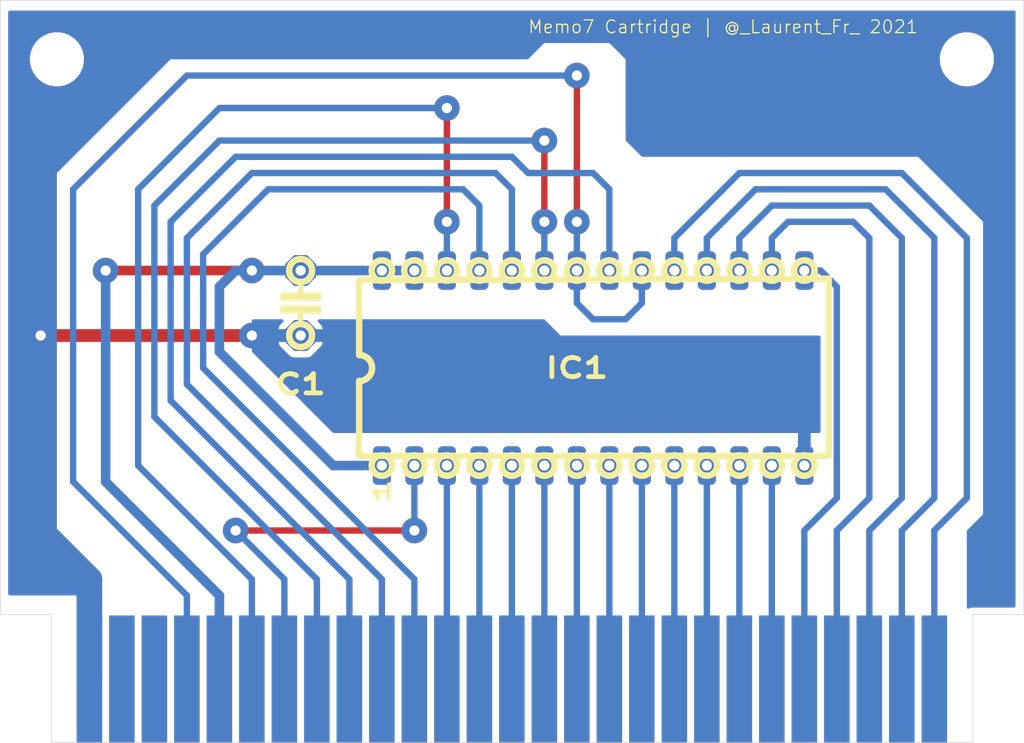
<source format=kicad_pcb>
(kicad_pcb (version 20171130) (host pcbnew "(5.1.4)-1")

  (general
    (thickness 1.6)
    (drawings 9)
    (tracks 139)
    (zones 0)
    (modules 5)
    (nets 28)
  )

  (page A4)
  (layers
    (0 F.Cu signal)
    (31 B.Cu signal)
    (32 B.Adhes user)
    (33 F.Adhes user)
    (34 B.Paste user)
    (35 F.Paste user)
    (36 B.SilkS user)
    (37 F.SilkS user)
    (38 B.Mask user hide)
    (39 F.Mask user)
    (40 Dwgs.User user)
    (41 Cmts.User user)
    (42 Eco1.User user)
    (43 Eco2.User user)
    (44 Edge.Cuts user)
    (45 Margin user)
    (46 B.CrtYd user)
    (47 F.CrtYd user)
    (48 B.Fab user)
    (49 F.Fab user)
  )

  (setup
    (last_trace_width 0.25)
    (trace_clearance 0.2)
    (zone_clearance 0.508)
    (zone_45_only no)
    (trace_min 0.2)
    (via_size 0.8)
    (via_drill 0.4)
    (via_min_size 0.4)
    (via_min_drill 0.3)
    (uvia_size 0.3)
    (uvia_drill 0.1)
    (uvias_allowed no)
    (uvia_min_size 0.2)
    (uvia_min_drill 0.1)
    (edge_width 0.05)
    (segment_width 0.2)
    (pcb_text_width 0.3)
    (pcb_text_size 1.5 1.5)
    (mod_edge_width 0.12)
    (mod_text_size 1 1)
    (mod_text_width 0.15)
    (pad_size 3.2 3.2)
    (pad_drill 3.2)
    (pad_to_mask_clearance 0.051)
    (solder_mask_min_width 0.25)
    (aux_axis_origin 0 0)
    (visible_elements 7FFFFFFF)
    (pcbplotparams
      (layerselection 0x010fc_ffffffff)
      (usegerberextensions false)
      (usegerberattributes false)
      (usegerberadvancedattributes false)
      (creategerberjobfile false)
      (excludeedgelayer true)
      (linewidth 0.100000)
      (plotframeref false)
      (viasonmask false)
      (mode 1)
      (useauxorigin false)
      (hpglpennumber 1)
      (hpglpenspeed 20)
      (hpglpendiameter 15.000000)
      (psnegative false)
      (psa4output false)
      (plotreference true)
      (plotvalue true)
      (plotinvisibletext false)
      (padsonsilk false)
      (subtractmaskfromsilk false)
      (outputformat 1)
      (mirror false)
      (drillshape 1)
      (scaleselection 1)
      (outputdirectory ""))
  )

  (net 0 "")
  (net 1 GND)
  (net 2 +5V)
  (net 3 /D7)
  (net 4 /D6)
  (net 5 /D5)
  (net 6 /D4)
  (net 7 /D3)
  (net 8 /D2)
  (net 9 /D1)
  (net 10 /D0)
  (net 11 /A0)
  (net 12 /A1)
  (net 13 /A2)
  (net 14 /A3)
  (net 15 /A4)
  (net 16 /A5)
  (net 17 /A6)
  (net 18 /A7)
  (net 19 /A8)
  (net 20 /A9)
  (net 21 /A10)
  (net 22 /A11)
  (net 23 /A12)
  (net 24 /A13)
  (net 25 /CS)
  (net 26 "Net-(J1-Pad25)")
  (net 27 "Net-(J1-Pad26)")

  (net_class Default "Ceci est la Netclass par défaut."
    (clearance 0.2)
    (trace_width 0.25)
    (via_dia 0.8)
    (via_drill 0.4)
    (uvia_dia 0.3)
    (uvia_drill 0.1)
    (add_net +5V)
    (add_net /A0)
    (add_net /A1)
    (add_net /A10)
    (add_net /A11)
    (add_net /A12)
    (add_net /A13)
    (add_net /A2)
    (add_net /A3)
    (add_net /A4)
    (add_net /A5)
    (add_net /A6)
    (add_net /A7)
    (add_net /A8)
    (add_net /A9)
    (add_net /CS)
    (add_net /D0)
    (add_net /D1)
    (add_net /D2)
    (add_net /D3)
    (add_net /D4)
    (add_net /D5)
    (add_net /D6)
    (add_net /D7)
    (add_net GND)
    (add_net "Net-(J1-Pad25)")
    (add_net "Net-(J1-Pad26)")
  )

  (module Mounting_Holes:MountingHole_3.2mm_M3_DIN965 (layer F.Cu) (tedit 60166DB2) (tstamp 60166D6F)
    (at 73.66 54.61)
    (descr "Mounting Hole 3.2mm, no annular, M3, DIN965")
    (tags "mounting hole 3.2mm no annular m3 din965")
    (attr virtual)
    (fp_text reference REF** (at 0 -3.8) (layer F.SilkS) hide
      (effects (font (size 1 1) (thickness 0.15)))
    )
    (fp_text value MountingHole_3.2mm_M3_DIN965 (at 0 3.8) (layer F.Fab) hide
      (effects (font (size 1 1) (thickness 0.15)))
    )
    (fp_text user %R (at 0.3 0) (layer F.Fab)
      (effects (font (size 1 1) (thickness 0.15)))
    )
    (fp_circle (center 0 0) (end 2.8 0) (layer Cmts.User) (width 0.15))
    (fp_circle (center 0 0) (end 3.05 0) (layer F.CrtYd) (width 0.05))
    (pad "" np_thru_hole circle (at 0 0) (size 3.2 3.2) (drill 3.2) (layers *.Cu *.Mask))
  )

  (module Mounting_Holes:MountingHole_3.2mm_M3_DIN965 (layer F.Cu) (tedit 6032AEB1) (tstamp 60166D66)
    (at 144.78 54.61)
    (descr "Mounting Hole 3.2mm, no annular, M3, DIN965")
    (tags "mounting hole 3.2mm no annular m3 din965")
    (attr virtual)
    (fp_text reference REF** (at 0 -3.8) (layer F.SilkS) hide
      (effects (font (size 1 1) (thickness 0.15)))
    )
    (fp_text value MountingHole_3.2mm_M3_DIN965 (at 0 3.8) (layer F.Fab) hide
      (effects (font (size 1 1) (thickness 0.15)))
    )
    (fp_text user %R (at 0.3 0) (layer F.Fab)
      (effects (font (size 1 1) (thickness 0.15)))
    )
    (fp_circle (center 0 0) (end 2.8 0) (layer Cmts.User) (width 0.15))
    (fp_circle (center 0 0) (end 3.05 0) (layer F.CrtYd) (width 0.05))
    (pad "" np_thru_hole circle (at 0 0) (size 3.2 3.2) (drill 3.2) (layers *.Cu *.Mask))
  )

  (module mylib:CONN_MEMO7 (layer B.Cu) (tedit 60159143) (tstamp 6015964C)
    (at 106.68 98 180)
    (path /60158960)
    (fp_text reference J1 (at 0 2.54) (layer B.SilkS) hide
      (effects (font (size 1 1) (thickness 0.15)) (justify mirror))
    )
    (fp_text value Conn_01x27 (at 0 5.08) (layer B.Fab)
      (effects (font (size 1 1) (thickness 0.15)) (justify mirror))
    )
    (pad 1 connect rect (at -35.56 -5.08 180) (size 2 10) (layers B.Cu B.Mask)
      (net 3 /D7))
    (pad 2 connect rect (at -33.02 -5.08 180) (size 2 10) (layers B.Cu B.Mask)
      (net 4 /D6))
    (pad 3 connect rect (at -30.48 -5.08 180) (size 2 10) (layers B.Cu B.Mask)
      (net 5 /D5))
    (pad 4 connect rect (at -27.94 -5.08 180) (size 2 10) (layers B.Cu B.Mask)
      (net 6 /D4))
    (pad 5 connect rect (at -25.4 -5.08 180) (size 2 10) (layers B.Cu B.Mask)
      (net 7 /D3))
    (pad 6 connect rect (at -22.86 -5.08 180) (size 2 10) (layers B.Cu B.Mask)
      (net 8 /D2))
    (pad 7 connect rect (at -20.32 -5.08 180) (size 2 10) (layers B.Cu B.Mask)
      (net 9 /D1))
    (pad 8 connect rect (at -17.78 -5.08 180) (size 2 10) (layers B.Cu B.Mask)
      (net 10 /D0))
    (pad 9 connect rect (at -15.24 -5.08 180) (size 2 10) (layers B.Cu B.Mask)
      (net 11 /A0))
    (pad 10 connect rect (at -12.7 -5.08 180) (size 2 10) (layers B.Cu B.Mask)
      (net 12 /A1))
    (pad 11 connect rect (at -10.16 -5.08 180) (size 2 10) (layers B.Cu B.Mask)
      (net 13 /A2))
    (pad 12 connect rect (at -7.62 -5.08 180) (size 2 10) (layers B.Cu B.Mask)
      (net 14 /A3))
    (pad 13 connect rect (at -5.08 -5.08 180) (size 2 10) (layers B.Cu B.Mask)
      (net 15 /A4))
    (pad 14 connect rect (at -2.54 -5.08 180) (size 2 10) (layers B.Cu B.Mask)
      (net 16 /A5))
    (pad 15 connect rect (at 0 -5.08 180) (size 2 10) (layers B.Cu B.Mask)
      (net 17 /A6))
    (pad 16 connect rect (at 2.54 -5.08 180) (size 2 10) (layers B.Cu B.Mask)
      (net 18 /A7))
    (pad 17 connect rect (at 5.08 -5.08 180) (size 2 10) (layers B.Cu B.Mask)
      (net 19 /A8))
    (pad 18 connect rect (at 7.62 -5.08 180) (size 2 10) (layers B.Cu B.Mask)
      (net 20 /A9))
    (pad 19 connect rect (at 10.16 -5.08 180) (size 2 10) (layers B.Cu B.Mask)
      (net 21 /A10))
    (pad 20 connect rect (at 12.7 -5.08 180) (size 2 10) (layers B.Cu B.Mask)
      (net 22 /A11))
    (pad 21 connect rect (at 15.24 -5.08 180) (size 2 10) (layers B.Cu B.Mask)
      (net 23 /A12))
    (pad 22 connect rect (at 17.78 -5.08 180) (size 2 10) (layers B.Cu B.Mask)
      (net 24 /A13))
    (pad 23 connect rect (at 20.32 -5.08 180) (size 2 10) (layers B.Cu B.Mask)
      (net 2 +5V))
    (pad 24 connect rect (at 22.86 -5.08 180) (size 2 10) (layers B.Cu B.Mask)
      (net 25 /CS))
    (pad 25 connect rect (at 25.4 -5.08 180) (size 2 10) (layers B.Cu B.Mask)
      (net 26 "Net-(J1-Pad25)"))
    (pad 26 connect rect (at 27.94 -5.08 180) (size 2 10) (layers B.Cu B.Mask)
      (net 27 "Net-(J1-Pad26)"))
    (pad 27 connect rect (at 30.48 -5.08 180) (size 2 10) (layers B.Cu B.Mask)
      (net 1 GND))
  )

  (module elektor:DIL-28 (layer F.Cu) (tedit 5FA2E4CB) (tstamp 6015AB06)
    (at 113.03 78.74)
    (path /6015A2B3)
    (fp_text reference IC1 (at 1.27 0) (layer F.SilkS)
      (effects (font (size 1.5 2) (thickness 0.375)))
    )
    (fp_text value 27C128 (at 0 -11.43) (layer F.Fab)
      (effects (font (size 1 1) (thickness 0.15)))
    )
    (fp_circle (center -13.97 -7.62) (end -13.17 -7.62) (layer F.SilkS) (width 0.5))
    (fp_circle (center -11.43 -7.62) (end -10.63 -7.62) (layer F.SilkS) (width 0.5))
    (fp_line (start 20.955 -6.858) (end 20.955 6.858) (layer F.SilkS) (width 0.5))
    (fp_line (start 20.955 6.858) (end -15.748 6.858) (layer F.SilkS) (width 0.5))
    (fp_line (start -15.748 -6.858) (end 20.955 -6.985) (layer F.SilkS) (width 0.5))
    (fp_circle (center -8.89 -7.62) (end -8.09 -7.62) (layer F.SilkS) (width 0.5))
    (fp_circle (center -6.35 -7.62) (end -5.55 -7.62) (layer F.SilkS) (width 0.5))
    (fp_circle (center -3.81 -7.62) (end -3.01 -7.62) (layer F.SilkS) (width 0.5))
    (fp_circle (center -1.27 -7.62) (end -0.47 -7.62) (layer F.SilkS) (width 0.5))
    (fp_circle (center 1.27 -7.62) (end 2.07 -7.62) (layer F.SilkS) (width 0.5))
    (fp_circle (center -13.97 7.62) (end -13.17 7.62) (layer F.SilkS) (width 0.5))
    (fp_circle (center -11.43 7.62) (end -10.63 7.62) (layer F.SilkS) (width 0.5))
    (fp_circle (center -8.89 7.62) (end -8.09 7.62) (layer F.SilkS) (width 0.5))
    (fp_circle (center -6.35 7.62) (end -5.55 7.62) (layer F.SilkS) (width 0.5))
    (fp_circle (center -3.81 7.62) (end -3.01 7.62) (layer F.SilkS) (width 0.5))
    (fp_circle (center -1.27 7.62) (end -0.47 7.62) (layer F.SilkS) (width 0.5))
    (fp_circle (center 1.27 7.62) (end 2.07 7.62) (layer F.SilkS) (width 0.5))
    (fp_arc (start -15.748 0) (end -15.748 1.016) (angle -180) (layer F.SilkS) (width 0.5))
    (fp_line (start -15.748 -1.016) (end -15.748 -6.858) (layer F.SilkS) (width 0.5))
    (fp_line (start -15.748 1.016) (end -15.748 6.858) (layer F.SilkS) (width 0.5))
    (fp_text user 1 (at -13.97 9.652 90 unlocked) (layer F.SilkS)
      (effects (font (size 1.2 2) (thickness 0.3)))
    )
    (fp_circle (center 3.81 7.62) (end 4.61 7.62) (layer F.SilkS) (width 0.5))
    (fp_circle (center 6.35 7.62) (end 7.15 7.62) (layer F.SilkS) (width 0.5))
    (fp_circle (center 6.35 -7.62) (end 7.15 -7.62) (layer F.SilkS) (width 0.5))
    (fp_circle (center 3.81 -7.62) (end 4.61 -7.62) (layer F.SilkS) (width 0.5))
    (fp_circle (center 8.89 7.62) (end 9.69 7.62) (layer F.SilkS) (width 0.5))
    (fp_circle (center 11.43 7.62) (end 12.23 7.62) (layer F.SilkS) (width 0.5))
    (fp_circle (center 13.97 7.62) (end 14.77 7.62) (layer F.SilkS) (width 0.5))
    (fp_circle (center 8.89 -7.62) (end 9.69 -7.62) (layer F.SilkS) (width 0.5))
    (fp_circle (center 11.43 -7.62) (end 12.23 -7.62) (layer F.SilkS) (width 0.5))
    (fp_circle (center 13.97 -7.62) (end 14.77 -7.62) (layer F.SilkS) (width 0.5))
    (fp_circle (center 19.05 7.62) (end 19.85 7.62) (layer F.SilkS) (width 0.5))
    (fp_circle (center 19.05 -7.62) (end 19.85 -7.62) (layer F.SilkS) (width 0.5))
    (fp_circle (center 16.51 7.62) (end 17.31 7.62) (layer F.SilkS) (width 0.5))
    (fp_circle (center 16.51 -7.62) (end 17.31 -7.62) (layer F.SilkS) (width 0.5))
    (pad 28 thru_hole roundrect (at -13.97 -7.62) (size 1.4 3) (drill 0.8) (layers *.Cu *.Mask) (roundrect_rratio 0.25)
      (net 2 +5V) (zone_connect 0))
    (pad 27 thru_hole roundrect (at -11.43 -7.62) (size 1.4 3) (drill 0.8) (layers *.Cu *.Mask) (roundrect_rratio 0.25)
      (net 2 +5V) (zone_connect 0))
    (pad 26 thru_hole roundrect (at -8.89 -7.62) (size 1.4 3) (drill 0.8) (layers *.Cu *.Mask) (roundrect_rratio 0.25)
      (net 24 /A13) (zone_connect 0))
    (pad 25 thru_hole roundrect (at -6.35 -7.62) (size 1.4 3) (drill 0.8) (layers *.Cu *.Mask) (roundrect_rratio 0.25)
      (net 19 /A8) (zone_connect 0))
    (pad 24 thru_hole roundrect (at -3.81 -7.62) (size 1.4 3) (drill 0.8) (layers *.Cu *.Mask) (roundrect_rratio 0.25)
      (net 20 /A9) (zone_connect 0))
    (pad 23 thru_hole roundrect (at -1.27 -7.62) (size 1.4 3) (drill 0.8) (layers *.Cu *.Mask) (roundrect_rratio 0.25)
      (net 22 /A11) (zone_connect 0))
    (pad 22 thru_hole roundrect (at 1.27 -7.62) (size 1.4 3) (drill 0.8) (layers *.Cu *.Mask) (roundrect_rratio 0.25)
      (net 25 /CS) (zone_connect 0))
    (pad 1 thru_hole roundrect (at -13.97 7.62) (size 1.4 3) (drill 0.8) (layers *.Cu *.Mask) (roundrect_rratio 0.25)
      (net 2 +5V) (zone_connect 0))
    (pad 2 thru_hole roundrect (at -11.43 7.62) (size 1.4 3) (drill 0.8) (layers *.Cu *.Mask) (roundrect_rratio 0.25)
      (net 23 /A12) (zone_connect 0))
    (pad 3 thru_hole roundrect (at -8.89 7.62) (size 1.4 3) (drill 0.8) (layers *.Cu *.Mask) (roundrect_rratio 0.25)
      (net 18 /A7) (zone_connect 0))
    (pad 4 thru_hole roundrect (at -6.35 7.62) (size 1.4 3) (drill 0.8) (layers *.Cu *.Mask) (roundrect_rratio 0.25)
      (net 17 /A6) (zone_connect 0))
    (pad 5 thru_hole roundrect (at -3.81 7.62) (size 1.4 3) (drill 0.8) (layers *.Cu *.Mask) (roundrect_rratio 0.25)
      (net 16 /A5) (zone_connect 0))
    (pad 6 thru_hole roundrect (at -1.27 7.62) (size 1.4 3) (drill 0.8) (layers *.Cu *.Mask) (roundrect_rratio 0.25)
      (net 15 /A4) (zone_connect 0))
    (pad 7 thru_hole roundrect (at 1.27 7.62) (size 1.4 3) (drill 0.8) (layers *.Cu *.Mask) (roundrect_rratio 0.25)
      (net 14 /A3) (zone_connect 0))
    (pad 8 thru_hole roundrect (at 3.81 7.62) (size 1.4 3) (drill 0.8) (layers *.Cu *.Mask) (roundrect_rratio 0.25)
      (net 13 /A2))
    (pad 9 thru_hole roundrect (at 6.35 7.62) (size 1.4 3) (drill 0.8) (layers *.Cu *.Mask) (roundrect_rratio 0.25)
      (net 12 /A1))
    (pad 21 thru_hole roundrect (at 3.81 -7.62) (size 1.4 3) (drill 0.8) (layers *.Cu *.Mask) (roundrect_rratio 0.25)
      (net 21 /A10))
    (pad 20 thru_hole roundrect (at 6.35 -7.62) (size 1.4 3) (drill 0.8) (layers *.Cu *.Mask) (roundrect_rratio 0.25)
      (net 25 /CS))
    (pad 10 thru_hole roundrect (at 8.89 7.62) (size 1.4 3) (drill 0.8) (layers *.Cu *.Mask) (roundrect_rratio 0.25)
      (net 11 /A0))
    (pad 11 thru_hole roundrect (at 11.43 7.62) (size 1.4 3) (drill 0.8) (layers *.Cu *.Mask) (roundrect_rratio 0.25)
      (net 10 /D0))
    (pad 12 thru_hole roundrect (at 13.97 7.62) (size 1.4 3) (drill 0.8) (layers *.Cu *.Mask) (roundrect_rratio 0.25)
      (net 9 /D1))
    (pad 19 thru_hole roundrect (at 8.89 -7.62) (size 1.4 3) (drill 0.8) (layers *.Cu *.Mask) (roundrect_rratio 0.25)
      (net 3 /D7))
    (pad 18 thru_hole roundrect (at 11.43 -7.62) (size 1.4 3) (drill 0.8) (layers *.Cu *.Mask) (roundrect_rratio 0.25)
      (net 4 /D6))
    (pad 17 thru_hole roundrect (at 13.97 -7.62) (size 1.4 3) (drill 0.8) (layers *.Cu *.Mask) (roundrect_rratio 0.25)
      (net 5 /D5))
    (pad 13 thru_hole roundrect (at 16.51 7.62) (size 1.4 3) (drill 0.8) (layers *.Cu *.Mask) (roundrect_rratio 0.25)
      (net 8 /D2))
    (pad 14 thru_hole roundrect (at 19.05 7.62) (size 1.4 3) (drill 0.8) (layers *.Cu *.Mask) (roundrect_rratio 0.25)
      (net 1 GND))
    (pad 16 thru_hole roundrect (at 16.51 -7.62) (size 1.4 3) (drill 0.8) (layers *.Cu *.Mask) (roundrect_rratio 0.25)
      (net 6 /D4))
    (pad 15 thru_hole roundrect (at 19.05 -7.62) (size 1.4 3) (drill 0.8) (layers *.Cu *.Mask) (roundrect_rratio 0.25)
      (net 7 /D3))
  )

  (module elektor:CAP-2-HEX (layer F.Cu) (tedit 5F7F56B6) (tstamp 6015A2A5)
    (at 92.71 73.66 270)
    (path /6017B77E)
    (fp_text reference C1 (at 6.35 0 180) (layer F.SilkS)
      (effects (font (size 1.5 2) (thickness 0.375)))
    )
    (fp_text value 100n (at 0 -5.08 90) (layer F.Fab)
      (effects (font (size 1 1) (thickness 0.15)))
    )
    (fp_line (start -1.641974 0) (end -0.508 0) (layer F.SilkS) (width 0.4))
    (fp_line (start 0.762 0) (end 1.651 0) (layer F.SilkS) (width 0.4))
    (fp_circle (center -2.54 0) (end -1.641974 0) (layer F.SilkS) (width 0.5))
    (fp_circle (center 2.54 0) (end 3.438026 0) (layer F.SilkS) (width 0.5))
    (fp_line (start -0.254 -1.524) (end -0.508 -1.524) (layer F.SilkS) (width 0.15))
    (fp_line (start -0.508 1.524) (end -0.254 1.524) (layer F.SilkS) (width 0.15))
    (fp_line (start -0.254 1.524) (end -0.254 -1.524) (layer F.SilkS) (width 0.15))
    (fp_line (start -0.508 -1.524) (end -0.762 -1.524) (layer F.SilkS) (width 0.15))
    (fp_line (start -0.762 -1.524) (end -0.762 1.524) (layer F.SilkS) (width 0.15))
    (fp_line (start -0.762 1.524) (end -0.508 1.524) (layer F.SilkS) (width 0.15))
    (fp_line (start 0.254 -1.524) (end 0.254 1.524) (layer F.SilkS) (width 0.15))
    (fp_line (start 0.254 1.524) (end 0.762 1.524) (layer F.SilkS) (width 0.15))
    (fp_line (start 0.762 1.524) (end 0.762 -1.524) (layer F.SilkS) (width 0.15))
    (fp_line (start 0.762 -1.524) (end 0.254 -1.524) (layer F.SilkS) (width 0.15))
    (fp_line (start 0.508 -1.27) (end 0.508 1.27) (layer F.SilkS) (width 0.6))
    (fp_line (start -0.508 -1.27) (end -0.508 1.27) (layer F.SilkS) (width 0.55))
    (pad 1 thru_hole custom (at -2.54 0 270) (size 1.524 1.524) (drill 0.8) (layers *.Cu *.Mask)
      (net 2 +5V) (zone_connect 0)
      (options (clearance outline) (anchor rect))
      (primitives
        (gr_poly (pts
           (xy -1.2 0.5) (xy -1.2 -0.5) (xy -0.5 -1.2) (xy 0.5 -1.2) (xy 1.2 -0.5)
           (xy 1.2 0.5) (xy 0.5 1.2) (xy -0.5 1.2)) (width 0))
      ))
    (pad 2 thru_hole custom (at 2.54 0 270) (size 1.524 1.524) (drill 0.8) (layers *.Cu *.Mask)
      (net 1 GND) (zone_connect 0)
      (options (clearance outline) (anchor rect))
      (primitives
        (gr_poly (pts
           (xy -1.2 0.5) (xy -1.2 -0.5) (xy -0.5 -1.2) (xy 0.5 -1.2) (xy 1.2 -0.5)
           (xy 1.2 0.5) (xy 0.5 1.2) (xy -0.5 1.2)) (width 0))
      ))
  )

  (gr_text "Memo7 Cartridge | @_Laurent_Fr_ 2021" (at 125.73 52.07) (layer F.SilkS)
    (effects (font (size 1 1) (thickness 0.1)))
  )
  (gr_line (start 73.238 108) (end 145.238 108) (layer Edge.Cuts) (width 0.05) (tstamp 60159AF5))
  (gr_line (start 73.238 98) (end 73.238 108) (layer Edge.Cuts) (width 0.05))
  (gr_line (start 69.238 98) (end 73.238 98) (layer Edge.Cuts) (width 0.05))
  (gr_line (start 69.238 50) (end 69.238 98) (layer Edge.Cuts) (width 0.05))
  (gr_line (start 145.238 98) (end 145.238 108) (layer Edge.Cuts) (width 0.05))
  (gr_line (start 149.238 98) (end 145.238 98) (layer Edge.Cuts) (width 0.05))
  (gr_line (start 149.238 50) (end 149.238 98) (layer Edge.Cuts) (width 0.05))
  (gr_line (start 69.238 50) (end 149.238 50) (layer Edge.Cuts) (width 0.05))

  (segment (start 76.2 103.08) (end 76.2 96.52) (width 2) (layer B.Cu) (net 1))
  (segment (start 76.2 96.52) (end 76.2 95.25) (width 2) (layer B.Cu) (net 1))
  (via (at 72.39 76.2) (size 2) (drill 0.8) (layers F.Cu B.Cu) (net 1))
  (segment (start 76.2 95.25) (end 72.39 91.44) (width 2) (layer B.Cu) (net 1))
  (segment (start 72.39 91.44) (end 72.39 76.2) (width 2) (layer B.Cu) (net 1))
  (via (at 88.9 76.2) (size 2) (drill 0.8) (layers F.Cu B.Cu) (net 1))
  (segment (start 72.39 76.2) (end 88.9 76.2) (width 1) (layer F.Cu) (net 1))
  (segment (start 88.9 76.2) (end 92.71 76.2) (width 1) (layer B.Cu) (net 1))
  (segment (start 97.79 76.2) (end 99.06 76.2) (width 1) (layer B.Cu) (net 1))
  (segment (start 97.79 76.2) (end 92.71 76.2) (width 1) (layer B.Cu) (net 1))
  (segment (start 99.06 76.2) (end 101.6 78.74) (width 1) (layer B.Cu) (net 1))
  (segment (start 101.6 78.74) (end 129.54 78.74) (width 1) (layer B.Cu) (net 1))
  (segment (start 129.54 78.74) (end 132.08 81.28) (width 1) (layer B.Cu) (net 1))
  (segment (start 132.08 86.36) (end 132.08 81.28) (width 1) (layer B.Cu) (net 1))
  (segment (start 101.6 71.12) (end 99.06 71.12) (width 0.75) (layer B.Cu) (net 2))
  (segment (start 99.06 71.12) (end 92.71 71.12) (width 0.75) (layer B.Cu) (net 2))
  (via (at 77.47 71.12) (size 2) (drill 0.8) (layers F.Cu B.Cu) (net 2))
  (via (at 88.9 71.12) (size 2) (drill 0.8) (layers F.Cu B.Cu) (net 2))
  (segment (start 78.74 71.12) (end 88.9 71.12) (width 0.75) (layer F.Cu) (net 2))
  (segment (start 88.9 71.12) (end 92.71 71.12) (width 0.75) (layer B.Cu) (net 2))
  (segment (start 78.74 71.12) (end 77.47 71.12) (width 0.75) (layer F.Cu) (net 2))
  (segment (start 78.74 88.9) (end 77.47 87.63) (width 0.75) (layer B.Cu) (net 2))
  (segment (start 86.36 96.52) (end 78.74 88.9) (width 0.75) (layer B.Cu) (net 2))
  (segment (start 86.36 103.08) (end 86.36 96.52) (width 0.75) (layer B.Cu) (net 2))
  (segment (start 77.47 71.12) (end 77.47 87.63) (width 0.75) (layer B.Cu) (net 2))
  (segment (start 87.63 71.12) (end 88.9 71.12) (width 0.75) (layer B.Cu) (net 2))
  (segment (start 86.36 72.39) (end 87.63 71.12) (width 0.75) (layer B.Cu) (net 2))
  (segment (start 86.36 77.47) (end 86.36 72.39) (width 0.75) (layer B.Cu) (net 2))
  (segment (start 99.06 86.36) (end 95.25 86.36) (width 0.75) (layer B.Cu) (net 2))
  (segment (start 95.25 86.36) (end 86.36 77.47) (width 0.75) (layer B.Cu) (net 2))
  (segment (start 142.24 103.08) (end 142.24 91.44) (width 0.5) (layer B.Cu) (net 3))
  (segment (start 142.24 91.44) (end 144.78 88.9) (width 0.5) (layer B.Cu) (net 3))
  (segment (start 144.78 88.9) (end 144.78 68.58) (width 0.5) (layer B.Cu) (net 3))
  (segment (start 121.92 68.58) (end 121.92 71.12) (width 0.5) (layer B.Cu) (net 3))
  (segment (start 127 63.5) (end 139.7 63.5) (width 0.5) (layer B.Cu) (net 3))
  (segment (start 144.78 68.58) (end 139.7 63.5) (width 0.5) (layer B.Cu) (net 3))
  (segment (start 127 63.5) (end 121.92 68.58) (width 0.5) (layer B.Cu) (net 3))
  (segment (start 139.7 91.44) (end 139.7 103.08) (width 0.5) (layer B.Cu) (net 4))
  (segment (start 124.46 71.12) (end 124.46 68.58) (width 0.5) (layer B.Cu) (net 4))
  (segment (start 142.24 68.58) (end 142.24 88.9) (width 0.5) (layer B.Cu) (net 4))
  (segment (start 142.24 88.9) (end 139.7 91.44) (width 0.5) (layer B.Cu) (net 4))
  (segment (start 128.27 64.77) (end 138.43 64.77) (width 0.5) (layer B.Cu) (net 4))
  (segment (start 138.43 64.77) (end 142.24 68.58) (width 0.5) (layer B.Cu) (net 4))
  (segment (start 124.46 68.58) (end 128.27 64.77) (width 0.5) (layer B.Cu) (net 4))
  (segment (start 137.16 103.08) (end 137.16 91.44) (width 0.5) (layer B.Cu) (net 5))
  (segment (start 137.16 91.44) (end 139.7 88.9) (width 0.5) (layer B.Cu) (net 5))
  (segment (start 139.7 88.9) (end 139.7 68.58) (width 0.5) (layer B.Cu) (net 5))
  (segment (start 127 68.58) (end 127 71.12) (width 0.5) (layer B.Cu) (net 5))
  (segment (start 129.54 66.04) (end 137.16 66.04) (width 0.5) (layer B.Cu) (net 5))
  (segment (start 139.7 68.58) (end 137.16 66.04) (width 0.5) (layer B.Cu) (net 5))
  (segment (start 129.54 66.04) (end 127 68.58) (width 0.5) (layer B.Cu) (net 5))
  (segment (start 129.54 68.58) (end 129.54 71.12) (width 0.5) (layer B.Cu) (net 6))
  (segment (start 134.62 91.44) (end 137.16 88.9) (width 0.5) (layer B.Cu) (net 6))
  (segment (start 137.16 88.9) (end 137.16 68.58) (width 0.5) (layer B.Cu) (net 6))
  (segment (start 134.62 103.08) (end 134.62 91.44) (width 0.5) (layer B.Cu) (net 6))
  (segment (start 130.81 67.31) (end 135.89 67.31) (width 0.5) (layer B.Cu) (net 6))
  (segment (start 137.16 68.58) (end 135.89 67.31) (width 0.5) (layer B.Cu) (net 6))
  (segment (start 130.81 67.31) (end 129.54 68.58) (width 0.5) (layer B.Cu) (net 6))
  (segment (start 132.08 103.08) (end 132.08 91.44) (width 0.5) (layer B.Cu) (net 7))
  (segment (start 132.08 91.44) (end 134.62 88.9) (width 0.5) (layer B.Cu) (net 7))
  (segment (start 133.35 71.12) (end 134.62 72.39) (width 0.5) (layer B.Cu) (net 7))
  (segment (start 134.62 88.9) (end 134.62 72.39) (width 0.5) (layer B.Cu) (net 7))
  (segment (start 133.35 71.12) (end 132.08 71.12) (width 0.5) (layer B.Cu) (net 7))
  (segment (start 129.54 103.08) (end 129.54 86.36) (width 0.5) (layer B.Cu) (net 8))
  (segment (start 127 103.08) (end 127 86.36) (width 0.5) (layer B.Cu) (net 9))
  (segment (start 124.46 103.08) (end 124.46 86.36) (width 0.5) (layer B.Cu) (net 10))
  (segment (start 121.92 103.08) (end 121.92 86.36) (width 0.5) (layer B.Cu) (net 11))
  (segment (start 119.38 103.08) (end 119.38 86.36) (width 0.5) (layer B.Cu) (net 12))
  (segment (start 116.84 103.08) (end 116.84 86.36) (width 0.5) (layer B.Cu) (net 13))
  (segment (start 114.3 103.08) (end 114.3 86.36) (width 0.5) (layer B.Cu) (net 14))
  (segment (start 111.76 103.08) (end 111.76 86.36) (width 0.5) (layer B.Cu) (net 15))
  (segment (start 109.22 103.08) (end 109.22 86.36) (width 0.5) (layer B.Cu) (net 16))
  (segment (start 106.68 103.08) (end 106.68 86.36) (width 0.5) (layer B.Cu) (net 17))
  (segment (start 104.14 103.08) (end 104.14 86.36) (width 0.5) (layer B.Cu) (net 18))
  (segment (start 106.68 68.58) (end 106.68 71.12) (width 0.5) (layer B.Cu) (net 19))
  (segment (start 106.68 66.04) (end 106.68 68.58) (width 0.5) (layer B.Cu) (net 19))
  (segment (start 86.36 68.58) (end 90.17 64.77) (width 0.5) (layer B.Cu) (net 19))
  (segment (start 90.17 64.77) (end 105.41 64.77) (width 0.5) (layer B.Cu) (net 19))
  (segment (start 105.41 64.77) (end 106.68 66.04) (width 0.5) (layer B.Cu) (net 19))
  (segment (start 101.6 95.25) (end 101.6 103.08) (width 0.5) (layer B.Cu) (net 19))
  (segment (start 85.09 78.74) (end 101.6 95.25) (width 0.5) (layer B.Cu) (net 19))
  (segment (start 86.36 68.58) (end 85.09 69.85) (width 0.5) (layer B.Cu) (net 19))
  (segment (start 85.09 69.85) (end 85.09 78.74) (width 0.5) (layer B.Cu) (net 19))
  (segment (start 99.06 95.25) (end 99.06 103.08) (width 0.5) (layer B.Cu) (net 20))
  (segment (start 109.22 71.12) (end 109.22 64.77) (width 0.5) (layer B.Cu) (net 20))
  (segment (start 107.95 63.5) (end 88.9 63.5) (width 0.5) (layer B.Cu) (net 20))
  (segment (start 88.9 63.5) (end 83.82 68.58) (width 0.5) (layer B.Cu) (net 20))
  (segment (start 83.82 68.58) (end 83.82 80.01) (width 0.5) (layer B.Cu) (net 20))
  (segment (start 109.22 64.77) (end 107.95 63.5) (width 0.5) (layer B.Cu) (net 20))
  (segment (start 83.82 80.01) (end 99.06 95.25) (width 0.5) (layer B.Cu) (net 20))
  (segment (start 96.52 95.25) (end 96.52 103.08) (width 0.5) (layer B.Cu) (net 21))
  (segment (start 87.63 62.23) (end 82.55 67.31) (width 0.5) (layer B.Cu) (net 21))
  (segment (start 82.55 67.31) (end 82.55 81.28) (width 0.5) (layer B.Cu) (net 21))
  (segment (start 82.55 81.28) (end 96.52 95.25) (width 0.5) (layer B.Cu) (net 21))
  (segment (start 109.22 62.23) (end 110.49 63.5) (width 0.5) (layer B.Cu) (net 21))
  (segment (start 109.22 62.23) (end 87.63 62.23) (width 0.5) (layer B.Cu) (net 21))
  (segment (start 110.49 63.5) (end 115.57 63.5) (width 0.5) (layer B.Cu) (net 21))
  (segment (start 115.57 63.5) (end 116.84 64.77) (width 0.5) (layer B.Cu) (net 21))
  (segment (start 116.84 71.12) (end 116.84 64.77) (width 0.5) (layer B.Cu) (net 21))
  (via (at 111.76 60.96) (size 2) (drill 0.8) (layers F.Cu B.Cu) (net 22))
  (via (at 111.76 67.31) (size 2) (drill 0.8) (layers F.Cu B.Cu) (net 22))
  (segment (start 111.76 60.96) (end 111.76 67.31) (width 0.5) (layer F.Cu) (net 22))
  (segment (start 111.76 67.31) (end 111.76 71.12) (width 0.5) (layer B.Cu) (net 22))
  (segment (start 93.98 95.25) (end 93.98 103.08) (width 0.5) (layer B.Cu) (net 22))
  (segment (start 81.28 82.55) (end 93.98 95.25) (width 0.5) (layer B.Cu) (net 22))
  (segment (start 81.28 66.04) (end 81.28 82.55) (width 0.5) (layer B.Cu) (net 22))
  (segment (start 111.76 60.96) (end 86.36 60.96) (width 0.5) (layer B.Cu) (net 22))
  (segment (start 86.36 60.96) (end 81.28 66.04) (width 0.5) (layer B.Cu) (net 22))
  (segment (start 91.44 103.08) (end 91.44 99.08) (width 0.5) (layer B.Cu) (net 23))
  (segment (start 91.44 99.08) (end 91.44 96.52) (width 0.5) (layer B.Cu) (net 23))
  (via (at 101.6 91.44) (size 2) (drill 0.8) (layers F.Cu B.Cu) (net 23))
  (segment (start 101.6 91.44) (end 101.6 86.36) (width 0.5) (layer B.Cu) (net 23))
  (segment (start 91.44 96.52) (end 91.44 95.25) (width 0.5) (layer B.Cu) (net 23))
  (via (at 87.63 91.44) (size 2) (drill 0.8) (layers F.Cu B.Cu) (net 23))
  (segment (start 91.44 95.25) (end 87.63 91.44) (width 0.5) (layer B.Cu) (net 23))
  (segment (start 87.63 91.44) (end 101.6 91.44) (width 0.5) (layer F.Cu) (net 23))
  (via (at 104.14 58.42) (size 2) (drill 0.8) (layers F.Cu B.Cu) (net 24))
  (via (at 104.14 67.31) (size 2) (drill 0.8) (layers F.Cu B.Cu) (net 24))
  (segment (start 104.14 58.42) (end 104.14 67.31) (width 0.5) (layer F.Cu) (net 24))
  (segment (start 104.14 67.31) (end 104.14 71.12) (width 0.5) (layer B.Cu) (net 24))
  (segment (start 86.36 58.42) (end 104.14 58.42) (width 0.5) (layer B.Cu) (net 24))
  (segment (start 80.01 64.77) (end 86.36 58.42) (width 0.5) (layer B.Cu) (net 24))
  (segment (start 80.01 86.36) (end 80.01 64.77) (width 0.5) (layer B.Cu) (net 24))
  (segment (start 88.9 103.08) (end 88.9 95.25) (width 0.5) (layer B.Cu) (net 24))
  (segment (start 88.9 95.25) (end 80.01 86.36) (width 0.5) (layer B.Cu) (net 24))
  (via (at 114.3 55.88) (size 2) (drill 0.8) (layers F.Cu B.Cu) (net 25))
  (via (at 114.3 67.31) (size 2) (drill 0.8) (layers F.Cu B.Cu) (net 25))
  (segment (start 114.3 55.88) (end 114.3 67.31) (width 0.5) (layer F.Cu) (net 25))
  (segment (start 114.3 67.31) (end 114.3 71.12) (width 0.5) (layer B.Cu) (net 25))
  (segment (start 114.3 71.12) (end 114.3 73.66) (width 0.5) (layer B.Cu) (net 25))
  (segment (start 114.3 73.66) (end 115.57 74.93) (width 0.5) (layer B.Cu) (net 25))
  (segment (start 115.57 74.93) (end 118.11 74.93) (width 0.5) (layer B.Cu) (net 25))
  (segment (start 118.11 74.93) (end 119.38 73.66) (width 0.5) (layer B.Cu) (net 25))
  (segment (start 119.38 73.66) (end 119.38 71.12) (width 0.5) (layer B.Cu) (net 25))
  (segment (start 83.82 55.88) (end 114.3 55.88) (width 0.5) (layer B.Cu) (net 25))
  (segment (start 74.93 64.77) (end 83.82 55.88) (width 0.5) (layer B.Cu) (net 25))
  (segment (start 74.93 87.63) (end 74.93 64.77) (width 0.5) (layer B.Cu) (net 25))
  (segment (start 83.82 103.08) (end 83.82 96.52) (width 0.5) (layer B.Cu) (net 25))
  (segment (start 83.82 96.52) (end 74.93 87.63) (width 0.5) (layer B.Cu) (net 25))

  (zone (net 1) (net_name GND) (layer B.Cu) (tstamp 0) (hatch none 0.508)
    (connect_pads yes (clearance 0.508))
    (min_thickness 0.254)
    (fill yes (arc_segments 32) (thermal_gap 0.508) (thermal_bridge_width 0.508))
    (polygon
      (pts
        (xy 88.9 76.2) (xy 88.9 77.47) (xy 95.25 83.82) (xy 133.35 83.82) (xy 133.35 76.2)
        (xy 113.03 76.2) (xy 111.76 74.93) (xy 88.9 74.93)
      )
    )
    (filled_polygon
      (pts
        (xy 91.058815 75.248815) (xy 90.979463 75.345506) (xy 90.920498 75.45582) (xy 90.884188 75.575518) (xy 90.871928 75.7)
        (xy 90.871928 76.7) (xy 90.884188 76.824482) (xy 90.920498 76.94418) (xy 90.979463 77.054494) (xy 91.058815 77.151185)
        (xy 91.758815 77.851185) (xy 91.855506 77.930537) (xy 91.96582 77.989502) (xy 92.085518 78.025812) (xy 92.21 78.038072)
        (xy 93.21 78.038072) (xy 93.334482 78.025812) (xy 93.45418 77.989502) (xy 93.564494 77.930537) (xy 93.661185 77.851185)
        (xy 94.361185 77.151185) (xy 94.440537 77.054494) (xy 94.499502 76.94418) (xy 94.535812 76.824482) (xy 94.548072 76.7)
        (xy 94.548072 75.7) (xy 94.535812 75.575518) (xy 94.499502 75.45582) (xy 94.440537 75.345506) (xy 94.361185 75.248815)
        (xy 94.16937 75.057) (xy 111.707394 75.057) (xy 112.940197 76.289803) (xy 112.959443 76.305597) (xy 112.981399 76.317333)
        (xy 113.005224 76.32456) (xy 113.03 76.327) (xy 133.223 76.327) (xy 133.223 83.693) (xy 95.302606 83.693)
        (xy 89.027 77.417394) (xy 89.027 75.057) (xy 91.25063 75.057)
      )
    )
  )
  (zone (net 1) (net_name GND) (layer B.Cu) (tstamp 0) (hatch none 0.508)
    (connect_pads yes (clearance 0.508))
    (min_thickness 0.254)
    (fill yes (arc_segments 32) (thermal_gap 0.508) (thermal_bridge_width 0.508))
    (polygon
      (pts
        (xy 69.85 95.25) (xy 69.85 50.8) (xy 148.59 50.8) (xy 148.59 97.79) (xy 146.05 97.79)
        (xy 144.78 97.79) (xy 144.78 91.44) (xy 146.05 90.17) (xy 146.05 67.31) (xy 140.97 62.23)
        (xy 119.38 62.23) (xy 118.11 60.96) (xy 118.11 54.61) (xy 116.84 53.34) (xy 111.76 53.34)
        (xy 110.49 54.61) (xy 82.55 54.61) (xy 73.66 63.5) (xy 73.66 91.44) (xy 76.2 93.98)
        (xy 76.2 96.52) (xy 69.85 96.52)
      )
    )
    (filled_polygon
      (pts
        (xy 148.463 97.34) (xy 145.270419 97.34) (xy 145.238 97.336807) (xy 145.205581 97.34) (xy 145.108617 97.34955)
        (xy 144.984207 97.38729) (xy 144.907 97.428558) (xy 144.907 91.492606) (xy 146.139803 90.259803) (xy 146.155597 90.240557)
        (xy 146.167333 90.218601) (xy 146.17456 90.194776) (xy 146.177 90.17) (xy 146.177 67.31) (xy 146.17456 67.285224)
        (xy 146.167333 67.261399) (xy 146.155597 67.239443) (xy 146.139803 67.220197) (xy 141.059803 62.140197) (xy 141.040557 62.124403)
        (xy 141.018601 62.112667) (xy 140.994776 62.10544) (xy 140.97 62.103) (xy 119.432606 62.103) (xy 118.237 60.907394)
        (xy 118.237 54.61) (xy 118.23456 54.585224) (xy 118.227333 54.561399) (xy 118.215597 54.539443) (xy 118.199803 54.520197)
        (xy 118.069478 54.389872) (xy 142.545 54.389872) (xy 142.545 54.830128) (xy 142.63089 55.261925) (xy 142.799369 55.668669)
        (xy 143.043962 56.034729) (xy 143.355271 56.346038) (xy 143.721331 56.590631) (xy 144.128075 56.75911) (xy 144.559872 56.845)
        (xy 145.000128 56.845) (xy 145.431925 56.75911) (xy 145.838669 56.590631) (xy 146.204729 56.346038) (xy 146.516038 56.034729)
        (xy 146.760631 55.668669) (xy 146.92911 55.261925) (xy 147.015 54.830128) (xy 147.015 54.389872) (xy 146.92911 53.958075)
        (xy 146.760631 53.551331) (xy 146.516038 53.185271) (xy 146.204729 52.873962) (xy 145.838669 52.629369) (xy 145.431925 52.46089)
        (xy 145.000128 52.375) (xy 144.559872 52.375) (xy 144.128075 52.46089) (xy 143.721331 52.629369) (xy 143.355271 52.873962)
        (xy 143.043962 53.185271) (xy 142.799369 53.551331) (xy 142.63089 53.958075) (xy 142.545 54.389872) (xy 118.069478 54.389872)
        (xy 116.929803 53.250197) (xy 116.910557 53.234403) (xy 116.888601 53.222667) (xy 116.864776 53.21544) (xy 116.84 53.213)
        (xy 111.76 53.213) (xy 111.735224 53.21544) (xy 111.711399 53.222667) (xy 111.689443 53.234403) (xy 111.670197 53.250197)
        (xy 110.437394 54.483) (xy 82.55 54.483) (xy 82.525224 54.48544) (xy 82.501399 54.492667) (xy 82.479443 54.504403)
        (xy 82.460197 54.520197) (xy 73.570197 63.410197) (xy 73.554403 63.429443) (xy 73.542667 63.451399) (xy 73.53544 63.475224)
        (xy 73.533 63.5) (xy 73.533 91.44) (xy 73.53544 91.464776) (xy 73.542667 91.488601) (xy 73.554403 91.510557)
        (xy 73.570197 91.529803) (xy 76.073 94.032606) (xy 76.073 96.393) (xy 69.977 96.393) (xy 69.977 54.389872)
        (xy 71.425 54.389872) (xy 71.425 54.830128) (xy 71.51089 55.261925) (xy 71.679369 55.668669) (xy 71.923962 56.034729)
        (xy 72.235271 56.346038) (xy 72.601331 56.590631) (xy 73.008075 56.75911) (xy 73.439872 56.845) (xy 73.880128 56.845)
        (xy 74.311925 56.75911) (xy 74.718669 56.590631) (xy 75.084729 56.346038) (xy 75.396038 56.034729) (xy 75.640631 55.668669)
        (xy 75.80911 55.261925) (xy 75.895 54.830128) (xy 75.895 54.389872) (xy 75.80911 53.958075) (xy 75.640631 53.551331)
        (xy 75.396038 53.185271) (xy 75.084729 52.873962) (xy 74.718669 52.629369) (xy 74.311925 52.46089) (xy 73.880128 52.375)
        (xy 73.439872 52.375) (xy 73.008075 52.46089) (xy 72.601331 52.629369) (xy 72.235271 52.873962) (xy 71.923962 53.185271)
        (xy 71.679369 53.551331) (xy 71.51089 53.958075) (xy 71.425 54.389872) (xy 69.977 54.389872) (xy 69.977 50.927)
        (xy 148.463 50.927)
      )
    )
  )
)

</source>
